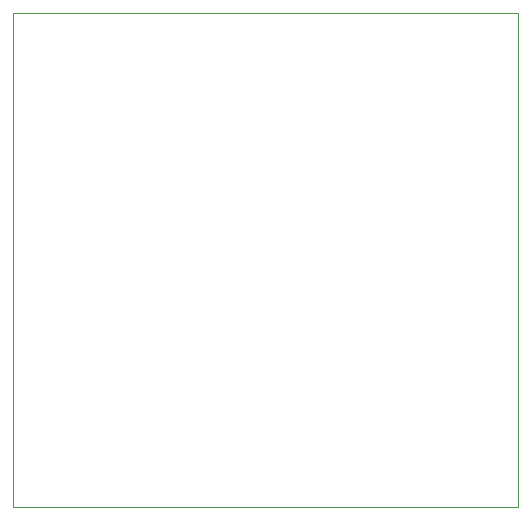
<source format=gbr>
G04 #@! TF.FileFunction,Profile,NP*
%FSLAX46Y46*%
G04 Gerber Fmt 4.6, Leading zero omitted, Abs format (unit mm)*
G04 Created by KiCad (PCBNEW 4.0.5) date Thursday, January 05, 2017 'PMt' 10:01:30 PM*
%MOMM*%
%LPD*%
G01*
G04 APERTURE LIST*
%ADD10C,0.150000*%
%ADD11C,0.100000*%
G04 APERTURE END LIST*
D10*
D11*
X100000000Y-141850000D02*
X142750000Y-141850000D01*
X100000000Y-100000000D02*
X100000000Y-141850000D01*
X142750000Y-100000000D02*
X100000000Y-100000000D01*
X142750000Y-141850000D02*
X142750000Y-100000000D01*
M02*

</source>
